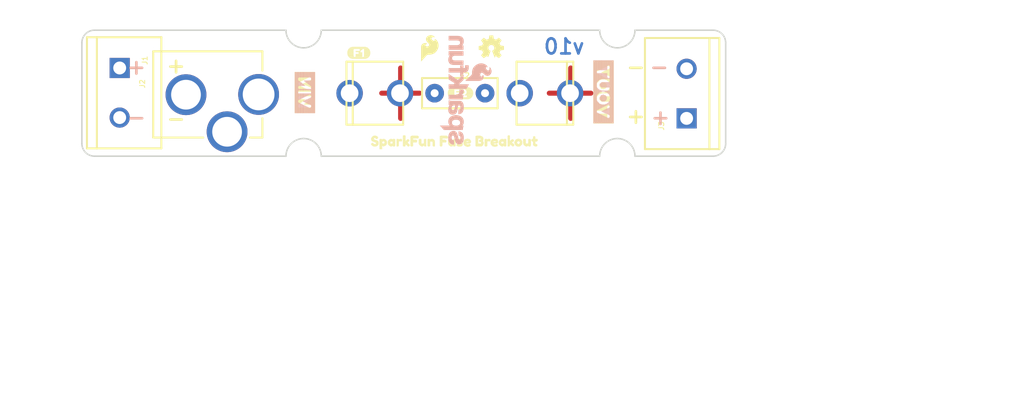
<source format=kicad_pcb>
(kicad_pcb (version 20211014) (generator pcbnew)
  (layers (0 "F.Cu" signal) (31 "B.Cu" signal) (34 "B.Paste" user) (35 "F.Paste" user) (36 "B.SilkS" user "B.Silkscreen") (37 "F.SilkS" user "F.Silkscreen") (38 "B.Mask" user) (39 "F.Mask" user) (44 "Edge.Cuts" user))
  (net 0 "")
  (net 1 "GND")
  (net 2 "VIN")
  (net 3 "VOUT")
  (footprint "boardEagle:CREATIVE_COMMONS" (layer "F.Cu") (at 128.1176 135.4836)
    (fp_text reference "FRAME1" hide)
    (fp_text value "FRAME-LETTER" hide)
  )
  (footprint "boardEagle:PTH" (layer "F.Cu") (at 154.1526 105.0036)
    (fp_text reference "F2" (at 0 -1.778) (layer "F.SilkS") (effects (font (size 0.512064 0.512064) (thickness 0.097536)) (justify left)))
    (fp_text value "72V/0.25A")
    (pad "P$1" thru_hole circle (at -2.54 0) (size 1.8796 1.8796) (drill 0.8) (layers *.Cu *.Mask) (net 2 "VIN"))
    (pad "P$2" thru_hole circle (at 2.54 0) (size 1.8796 1.8796) (drill 0.8) (layers *.Cu *.Mask) (net 3 "VOUT"))
  )
  (footprint "boardEagle:FUSE_5MM" (layer "F.Cu") (at 154.1526 105.0036 -90)
    (fp_text reference "F1" hide)
    (fp_text value "FUSEX20MM" hide)
    (pad "1" thru_hole circle (at 0 11.1125 270) (size 2.667 2.667) (drill 1.778) (layers *.Cu *.Mask) (net 2 "VIN"))
    (pad "2" thru_hole circle (at 0 6.0325 270) (size 2.667 2.667) (drill 1.778) (layers *.Cu *.Mask))
    (pad "3" thru_hole circle (at 0 -6.0325 90) (size 2.667 2.667) (drill 1.778) (layers *.Cu *.Mask) (net 3 "VOUT"))
    (pad "4" thru_hole circle (at 0 -11.1125 90) (size 2.667 2.667) (drill 1.778) (layers *.Cu *.Mask))
  )
  (footprint "boardEagle:SFE_LOGO_FLAME_.1" (layer "F.Cu") (at 149.9616 102.0826)
    (fp_text reference "LOGO2" hide)
    (fp_text value "SFE_LOGO_FLAME.1_INCH" hide)
  )
  (footprint "boardEagle:F20" (layer "F.Cu") (at 152.8826 105.0036)
    (fp_text reference "U$29" hide)
    (fp_text value "" hide)
  )
  (footprint "boardEagle:OSHW-LOGO-MINI" (layer "F.Cu") (at 157.3276 100.4316)
    (fp_text reference "LOGO3" hide)
    (fp_text value "OSHW-LOGOMINI" hide)
  )
  (footprint "boardEagle:SPARKFUN_FUSE_BREAKOUT0" (layer "F.Cu") (at 144.2466 109.8296)
    (fp_text reference "U$11" hide)
    (fp_text value "" hide)
  )
  (footprint "boardEagle:F10" (layer "F.Cu") (at 142.7226 100.9396)
    (fp_text reference "U$28" hide)
    (fp_text value "" hide)
  )
  (footprint "boardEagle:SCREWTERMINAL-5MM-2" (layer "F.Cu") (at 119.8626 102.4636 -90)
    (fp_text reference "J1" (at -1.27 -2.54 90) (layer "F.SilkS") (effects (font (size 0.512064 0.512064) (thickness 0.097536)) (justify right)))
    (fp_text value "")
    (pad "1" thru_hole rect (at 0 0 270) (size 2.032 2.032) (drill 1.3) (layers *.Cu *.Mask) (net 2 "VIN"))
    (pad "2" thru_hole circle (at 5 0 270) (size 2.032 2.032) (drill 1.3) (layers *.Cu *.Mask) (net 1 "GND"))
  )
  (footprint "boardEagle:SCREWTERMINAL-5MM-2" (layer "F.Cu") (at 177.0126 107.5436 90)
    (fp_text reference "J3" (at -1.27 -2.54 90) (layer "F.SilkS") (effects (font (size 0.512064 0.512064) (thickness 0.097536)) (justify left)))
    (fp_text value "")
    (pad "1" thru_hole rect (at 0 0 90) (size 2.032 2.032) (drill 1.3) (layers *.Cu *.Mask) (net 3 "VOUT"))
    (pad "2" thru_hole circle (at 5 0 90) (size 2.032 2.032) (drill 1.3) (layers *.Cu *.Mask) (net 1 "GND"))
  )
  (footprint "boardEagle:VOUT0" (layer "F.Cu") (at 168.6306 101.0666 -90)
    (fp_text reference "U$2" hide)
    (fp_text value "" hide)
  )
  (footprint "boardEagle:VIN0" (layer "F.Cu") (at 138.5316 102.2096 -90)
    (fp_text reference "U$1" hide)
    (fp_text value "" hide)
  )
  (footprint "boardEagle:POWER_JACK_PTH_LOCK" (layer "F.Cu") (at 119.9896 105.1306 -90)
    (fp_text reference "J2" (at -1.5748 -2.159 90) (layer "F.SilkS") (effects (font (size 0.512064 0.512064) (thickness 0.097536)) (justify right)))
    (fp_text value "POWER_JACKPTH_LOCK")
    (pad "GND" thru_hole circle (at 0.0254 -6.557 270) (size 4.1148 4.1148) (drill 2.9972) (layers *.Cu *.Mask) (net 1 "GND"))
    (pad "GNDBREAK" thru_hole circle (at 3.7616 -10.7) (size 4.1148 4.1148) (drill 2.9972) (layers *.Cu *.Mask) (net 1 "GND"))
    (pad "PWR" thru_hole circle (at 0 -13.8778 270) (size 4.1148 4.1148) (drill 3.2) (layers *.Cu *.Mask) (net 2 "VIN"))
  )
  (footprint "boardEagle:VOUT0" (layer "B.Cu") (at 168.6306 108.6866 90)
    (fp_text reference "U$3" hide)
    (fp_text value "" hide)
  )
  (footprint "boardEagle:SFE_LOGO_NAME_FLAME_.1" (layer "B.Cu") (at 152.1206 110.5916 90)
    (fp_text reference "LOGO1" hide)
    (fp_text value "SFE_LOGO_NAME_FLAME.1_INCH" hide)
  )
  (footprint "boardEagle:VIN0" (layer "B.Cu") (at 138.5316 107.6706 90)
    (fp_text reference "U$4" hide)
    (fp_text value "" hide)
  )
  (gr_line (start 168.2496 111.3536) (end 140.1826 111.3536) (layer "Edge.Cuts") (width 0.1524))
  (gr_line (start 171.8056 98.6536) (end 179.6796 98.6536) (layer "Edge.Cuts") (width 0.1524))
  (gr_arc (start 117.3226 111.3536) (mid 116.424574 110.981626) (end 116.0526 110.0836) (layer "Edge.Cuts") (width 0.1524))
  (gr_arc (start 140.1826 98.6536) (mid 139.661836 99.910836) (end 138.4046 100.4316) (layer "Edge.Cuts") (width 0.1524))
  (gr_line (start 180.9496 99.9236) (end 180.9496 110.0836) (layer "Edge.Cuts") (width 0.1524))
  (gr_arc (start 179.6796 98.6536) (mid 180.577626 99.025574) (end 180.9496 99.9236) (layer "Edge.Cuts") (width 0.1524))
  (gr_arc (start 136.6266 111.3536) (mid 137.147364 110.096364) (end 138.4046 109.5756) (layer "Edge.Cuts") (width 0.1524))
  (gr_line (start 140.1826 98.6536) (end 168.2496 98.6536) (layer "Edge.Cuts") (width 0.1524))
  (gr_arc (start 116.0526 99.9236) (mid 116.424574 99.025574) (end 117.3226 98.6536) (layer "Edge.Cuts") (width 0.1524))
  (gr_arc (start 138.4046 100.4316) (mid 137.147364 99.910836) (end 136.6266 98.6536) (layer "Edge.Cuts") (width 0.1524))
  (gr_arc (start 171.8056 98.6536) (mid 171.284836 99.910836) (end 170.0276 100.4316) (layer "Edge.Cuts") (width 0.1524))
  (gr_arc (start 170.0276 100.4316) (mid 168.770364 99.910836) (end 168.2496 98.6536) (layer "Edge.Cuts") (width 0.1524))
  (gr_arc (start 138.4046 109.5756) (mid 139.661836 110.096364) (end 140.1826 111.3536) (layer "Edge.Cuts") (width 0.1524))
  (gr_line (start 116.0526 99.9236) (end 116.0526 110.0836) (layer "Edge.Cuts") (width 0.1524))
  (gr_arc (start 180.9496 110.0836) (mid 180.577626 110.981626) (end 179.6796 111.3536) (layer "Edge.Cuts") (width 0.1524))
  (gr_line (start 136.6266 98.6536) (end 117.3226 98.6536) (layer "Edge.Cuts") (width 0.1524))
  (gr_arc (start 170.0276 109.5756) (mid 171.284836 110.096364) (end 171.8056 111.3536) (layer "Edge.Cuts") (width 0.1524))
  (gr_line (start 136.6266 111.3536) (end 117.3226 111.3536) (layer "Edge.Cuts") (width 0.1524))
  (gr_line (start 171.8056 111.3536) (end 179.6796 111.3536) (layer "Edge.Cuts") (width 0.1524))
  (gr_arc (start 168.2496 111.3536) (mid 168.770364 110.096364) (end 170.0276 109.5756) (layer "Edge.Cuts") (width 0.1524))
  (gr_text "v10" (at 166.8526 101.1936) (layer "B.Cu") (effects (font (size 1.5113 1.5113) (thickness 0.2667)) (justify left bottom mirror)))
  (gr_text "+" (at 122.6566 103.2256) (layer "B.SilkS") (effects (font (size 1.5113 1.5113) (thickness 0.2667)) (justify left bottom mirror)))
  (gr_text "+" (at 175.4886 108.3056) (layer "B.SilkS") (effects (font (size 1.5113 1.5113) (thickness 0.2667)) (justify left bottom mirror)))
  (gr_text "-" (at 175.3616 103.2256) (layer "B.SilkS") (effects (font (size 1.5113 1.5113) (thickness 0.2667)) (justify left bottom mirror)))
  (gr_text "-" (at 122.6566 108.3056) (layer "B.SilkS") (effects (font (size 1.5113 1.5113) (thickness 0.2667)) (justify left bottom mirror)))
  (gr_text "-" (at 124.4346 108.4326) (layer "F.SilkS") (effects (font (size 1.5113 1.5113) (thickness 0.2667)) (justify left bottom)))
  (gr_text "-" (at 170.7896 103.2256) (layer "F.SilkS") (effects (font (size 1.5113 1.5113) (thickness 0.2667)) (justify left bottom)))
  (gr_text "+" (at 124.4346 103.0986) (layer "F.SilkS") (effects (font (size 1.5113 1.5113) (thickness 0.2667)) (justify left bottom)))
  (gr_text "+" (at 170.7896 108.1786) (layer "F.SilkS") (effects (font (size 1.5113 1.5113) (thickness 0.2667)) (justify left bottom)))
  (segment (start 148.1836 107.5436) (end 148.1836 102.4636) (width 0.508) (layer "F.Cu") (net 2))
  (segment (start 146.2786 105.0036) (end 150.0886 105.0036) (width 0.508) (layer "F.Cu") (net 2))
  (segment (start 165.3286 107.5436) (end 165.3286 102.4636) (width 0.508) (layer "F.Cu") (net 3))
  (segment (start 167.3606 105.0036) (end 163.1696 105.0036) (width 0.508) (layer "F.Cu") (net 3))
)
</source>
